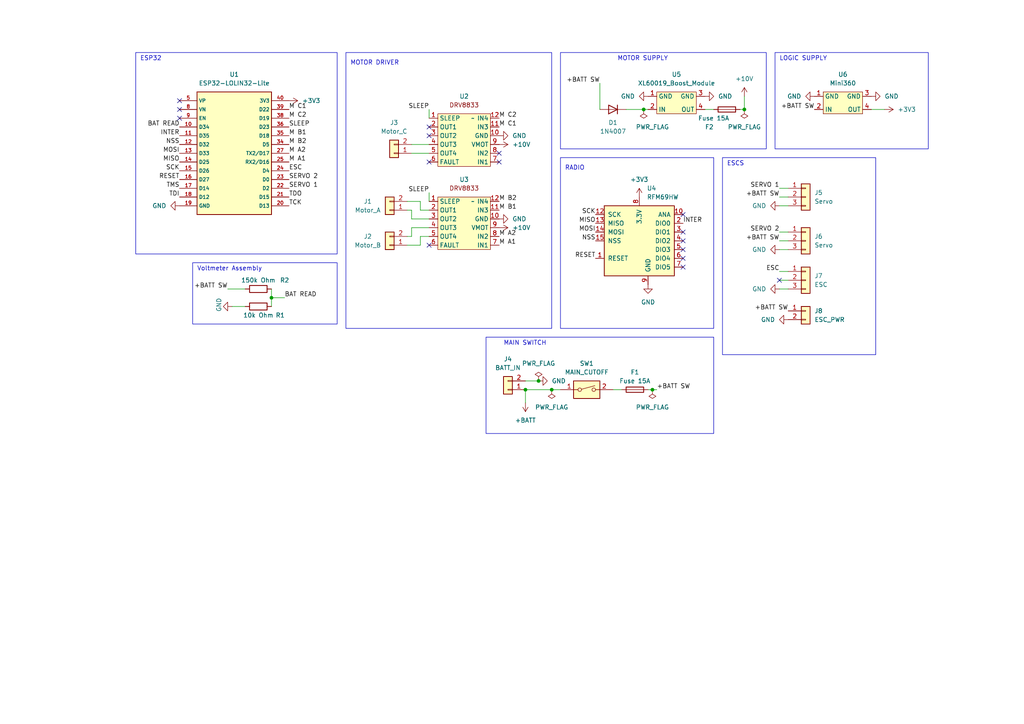
<source format=kicad_sch>
(kicad_sch (version 20230121) (generator eeschema)
  (paper "A4")
  (title_block (title "Omnidroid Controller") (rev "1.0"))
  (lib_symbols
    (symbol "Connector_Generic:Conn_01x02" (pin_names (offset 1.016) hide)
      (property "Reference" "J" (at 0 2.54 0))
      (property "Value" "Conn_01x02" (at 0 -5.08 0))
      (symbol "Conn_01x02_1_1"
        (rectangle (start -1.27 -2.413) (end 0 -2.667) (stroke (width 0.1524)))
        (rectangle (start -1.27 0.127) (end 0 -0.127) (stroke (width 0.1524)))
        (rectangle (start -1.27 1.27) (end 1.27 -3.81) (stroke (width 0.254)) (fill (type background)))
        (pin passive line (at -5.08 0 0) (length 3.81) (name "Pin_1") (number "1"))
        (pin passive line (at -5.08 -2.54 0) (length 3.81) (name "Pin_2") (number "2"))
      )
    )
    (symbol "Connector_Generic:Conn_01x03" (pin_names (offset 1.016) hide)
      (property "Reference" "J" (at 0 5.08 0))
      (property "Value" "Conn_01x03" (at 0 -5.08 0))
      (symbol "Conn_01x03_1_1"
        (rectangle (start -1.27 -2.413) (end 0 -2.667) (stroke (width 0.1524)))
        (rectangle (start -1.27 0.127) (end 0 -0.127) (stroke (width 0.1524)))
        (rectangle (start -1.27 2.667) (end 0 2.413) (stroke (width 0.1524)))
        (rectangle (start -1.27 3.81) (end 1.27 -3.81) (stroke (width 0.254)) (fill (type background)))
        (pin passive line (at -5.08 2.54 0) (length 3.81) (name "Pin_1") (number "1"))
        (pin passive line (at -5.08 0 0) (length 3.81) (name "Pin_2") (number "2"))
        (pin passive line (at -5.08 -2.54 0) (length 3.81) (name "Pin_3") (number "3"))
      )
    )
    (symbol "Device:Fuse" (pin_numbers hide) (pin_names (offset 0))
      (property "Reference" "F" (at 2.032 0 90))
      (property "Value" "Fuse" (at -1.905 0 90))
      (symbol "Fuse_0_1"
        (rectangle (start -0.762 -2.54) (end 0.762 2.54) (stroke (width 0.254)))
        (polyline (pts (xy 0 2.54) (xy 0 -2.54)))
      )
      (symbol "Fuse_1_1"
        (pin passive line (at 0 3.81 270) (length 1.27) (name "~") (number "1"))
        (pin passive line (at 0 -3.81 90) (length 1.27) (name "~") (number "2"))
      )
    )
    (symbol "Device:R" (pin_numbers hide) (pin_names (offset 0))
      (property "Reference" "R" (at 2.032 0 90))
      (property "Value" "R" (at 0 0 90))
      (symbol "R_0_1"
        (rectangle (start -1.016 -2.54) (end 1.016 2.54) (stroke (width 0.254)))
      )
      (symbol "R_1_1"
        (pin passive line (at 0 3.81 270) (length 1.27) (name "~") (number "1"))
        (pin passive line (at 0 -3.81 90) (length 1.27) (name "~") (number "2"))
      )
    )
    (symbol "Diode:1N4007" (pin_numbers hide) (pin_names hide)
      (property "Reference" "D" (at 0 2.54 0))
      (property "Value" "1N4007" (at 0 -2.54 0))
      (symbol "1N4007_0_1"
        (polyline (pts (xy -1.27 1.27) (xy -1.27 -1.27)) (stroke (width 0.254)))
        (polyline (pts (xy 1.27 0) (xy -1.27 0)))
        (polyline (pts (xy 1.27 1.27) (xy 1.27 -1.27) (xy -1.27 0) (xy 1.27 1.27)) (stroke (width 0.254)))
      )
      (symbol "1N4007_1_1"
        (pin passive line (at -3.81 0 0) (length 2.54) (name "K") (number "1"))
        (pin passive line (at 3.81 0 180) (length 2.54) (name "A") (number "2"))
      )
    )
    (symbol "Espressif:ESP32-LOLIN32-Lite"
      (property "Reference" "U" (at -3.81 13.97 0))
      (property "Value" "ESP32-LOLIN32-Lite" (at 0 1.27 90))
      (symbol "ESP32-LOLIN32-Lite_0_1"
        (rectangle (start -11.43 19.05) (end 10.16 -16.51) (stroke (width 0.254)) (fill (type background)))
      )
      (symbol "ESP32-LOLIN32-Lite_1_1"
        (pin bidirectional line (at -16.51 8.89 0) (length 5.08) (name "D34") (number "10"))
        (pin bidirectional line (at -16.51 6.35 0) (length 5.08) (name "D35") (number "11"))
        (pin bidirectional line (at -16.51 3.81 0) (length 5.08) (name "D32") (number "12"))
        (pin bidirectional line (at -16.51 1.27 0) (length 5.08) (name "D33") (number "13"))
        (pin bidirectional line (at -16.51 -1.27 0) (length 5.08) (name "D25") (number "14"))
        (pin bidirectional line (at -16.51 -3.81 0) (length 5.08) (name "D26") (number "15"))
        (pin bidirectional line (at -16.51 -6.35 0) (length 5.08) (name "D27") (number "16"))
        (pin bidirectional line (at -16.51 -8.89 0) (length 5.08) (name "D14") (number "17"))
        (pin bidirectional line (at -16.51 -11.43 0) (length 5.08) (name "D12") (number "18"))
        (pin power_in line (at -16.51 -13.97 0) (length 5.08) (name "GND") (number "19"))
        (pin bidirectional line (at 15.24 -13.97 180) (length 5.08) (name "D13") (number "20"))
        (pin bidirectional line (at 15.24 -11.43 180) (length 5.08) (name "D15") (number "21"))
        (pin bidirectional line (at 15.24 -8.89 180) (length 5.08) (name "D2") (number "22"))
        (pin bidirectional line (at 15.24 -6.35 180) (length 5.08) (name "D0") (number "23"))
        (pin bidirectional line (at 15.24 -3.81 180) (length 5.08) (name "D4") (number "24"))
        (pin input line (at 15.24 -1.27 180) (length 5.08) (name "RX2/D16") (number "25"))
        (pin output line (at 15.24 1.27 180) (length 5.08) (name "TX2/D17") (number "27"))
        (pin bidirectional line (at 15.24 3.81 180) (length 5.08) (name "D5") (number "34"))
        (pin bidirectional line (at 15.24 6.35 180) (length 5.08) (name "D18") (number "35"))
        (pin bidirectional line (at 15.24 8.89 180) (length 5.08) (name "D23") (number "36"))
        (pin bidirectional line (at 15.24 11.43 180) (length 5.08) (name "D19") (number "38"))
        (pin bidirectional line (at 15.24 13.97 180) (length 5.08) (name "D22") (number "39"))
        (pin input line (at 15.24 16.51 180) (length 5.08) (name "3V3") (number "40"))
        (pin bidirectional line (at -16.51 16.51 0) (length 5.08) (name "VP") (number "5"))
        (pin bidirectional line (at -16.51 13.97 0) (length 5.08) (name "VN") (number "8"))
        (pin input line (at -16.51 11.43 0) (length 5.08) (name "EN") (number "9"))
      )
    )
    (symbol "My_Library:HW-627"
      (property "Reference" "U" (at 0 0 0))
      (symbol "HW-627_1_1"
        (rectangle (start -7.62 7.62) (end 7.62 -7.62) (fill (type background)))
        (text "DRV8833" (at 0 10.16 0) (effects (font (size 1.27 1.27))))
        (pin input line (at -10.16 6.35 0) (length 2.54) (name "SLEEP") (number "1"))
        (pin power_in line (at 10.16 1.27 180) (length 2.54) (name "GND") (number "10"))
        (pin input line (at 10.16 3.81 180) (length 2.54) (name "IN3") (number "11"))
        (pin input line (at 10.16 6.35 180) (length 2.54) (name "IN4") (number "12"))
        (pin output line (at -10.16 3.81 0) (length 2.54) (name "OUT1") (number "2"))
        (pin output line (at -10.16 1.27 0) (length 2.54) (name "OUT2") (number "3"))
        (pin output line (at -10.16 -1.27 0) (length 2.54) (name "OUT3") (number "4"))
        (pin output line (at -10.16 -3.81 0) (length 2.54) (name "OUT4") (number "5"))
        (pin output line (at -10.16 -6.35 0) (length 2.54) (name "FAULT") (number "6"))
        (pin input line (at 10.16 -6.35 180) (length 2.54) (name "IN1") (number "7"))
        (pin input line (at 10.16 -3.81 180) (length 2.54) (name "IN2") (number "8"))
        (pin power_in line (at 10.16 -1.27 180) (length 2.54) (name "VMOT") (number "9"))
      )
    )
    (symbol "My_Library:Mini360"
      (property "Reference" "U" (at 2.54 7.62 0))
      (property "Value" "Mini360" (at 6.35 10.16 0))
      (symbol "Mini360_1_1"
        (rectangle (start 0 6.35) (end 11.43 0) (fill (type background)))
        (pin power_in line (at -2.54 5.08 0) (length 2.54) (name "GND") (number "1"))
        (pin power_in line (at -2.54 1.27 0) (length 2.54) (name "IN") (number "2"))
        (pin power_in line (at 13.97 5.08 180) (length 2.54) (name "GND") (number "3"))
        (pin power_out line (at 13.97 1.27 180) (length 2.54) (name "OUT") (number "4"))
      )
    )
    (symbol "My_Library:XL60019_Boost_Module"
      (property "Reference" "U" (at 2.54 7.62 0))
      (property "Value" "XL60019_Boost_Module" (at 6.35 10.16 0))
      (symbol "XL60019_Boost_Module_1_1"
        (rectangle (start 0 6.35) (end 11.43 0) (fill (type background)))
        (pin power_in line (at -2.54 5.08 0) (length 2.54) (name "GND") (number "1"))
        (pin power_in line (at -2.54 1.27 0) (length 2.54) (name "IN") (number "2"))
        (pin power_in line (at 13.97 5.08 180) (length 2.54) (name "GND") (number "3"))
        (pin power_out line (at 13.97 1.27 180) (length 2.54) (name "OUT") (number "4"))
      )
    )
    (symbol "RF_Module:RFM69HW" (pin_names (offset 1.016))
      (property "Reference" "U" (at -3.81 11.43 0))
      (property "Value" "RFM69HW" (at -7.62 13.97 0))
      (symbol "RFM69HW_0_1"
        (rectangle (start -10.16 10.16) (end 10.16 -10.16) (stroke (width 0.254)) (fill (type background)))
      )
      (symbol "RFM69HW_1_1"
        (pin input line (at -12.7 -5.08 0) (length 2.54) (name "RESET") (number "1"))
        (pin output line (at 12.7 7.62 180) (length 2.54) (name "ANA") (number "10"))
        (pin passive line (at 2.54 -12.7 90) (length 2.54) hide (name "GND") (number "11"))
        (pin input line (at -12.7 7.62 0) (length 2.54) (name "SCK") (number "12"))
        (pin output line (at -12.7 5.08 0) (length 2.54) (name "MISO") (number "13"))
        (pin input line (at -12.7 2.54 0) (length 2.54) (name "MOSI") (number "14"))
        (pin input line (at -12.7 0 0) (length 2.54) (name "NSS") (number "15"))
        (pin no_connect line (at -2.54 -10.16 90) (length 2.54) hide (name "NC") (number "16"))
        (pin bidirectional line (at 12.7 5.08 180) (length 2.54) (name "DIO0") (number "2"))
        (pin bidirectional line (at 12.7 2.54 180) (length 2.54) (name "DIO1") (number "3"))
        (pin bidirectional line (at 12.7 0 180) (length 2.54) (name "DIO2") (number "4"))
        (pin bidirectional line (at 12.7 -2.54 180) (length 2.54) (name "DIO3") (number "5"))
        (pin bidirectional line (at 12.7 -5.08 180) (length 2.54) (name "DIO4") (number "6"))
        (pin bidirectional line (at 12.7 -7.62 180) (length 2.54) (name "DIO5") (number "7"))
        (pin power_in line (at 0 12.7 270) (length 2.54) (name "3.3V") (number "8"))
        (pin power_in line (at 2.54 -12.7 90) (length 2.54) (name "GND") (number "9"))
      )
    )
    (symbol "Switch:SW_DIP_x01" (pin_names (offset 0) hide)
      (property "Reference" "SW" (at 0 3.81 0))
      (property "Value" "SW_DIP_x01" (at 0 -3.81 0))
      (symbol "SW_DIP_x01_0_0"
        (circle (center -2.032 0) (radius 0.508))
        (polyline (pts (xy -1.524 0.127) (xy 2.3622 1.1684)))
        (circle (center 2.032 0) (radius 0.508))
      )
      (symbol "SW_DIP_x01_0_1"
        (rectangle (start -3.81 2.54) (end 3.81 -2.54) (stroke (width 0.254)) (fill (type background)))
      )
      (symbol "SW_DIP_x01_1_1"
        (pin passive line (at -7.62 0 0) (length 5.08) (name "~") (number "1"))
        (pin passive line (at 7.62 0 180) (length 5.08) (name "~") (number "2"))
      )
    )
    (symbol "power:+10V" (power) (pin_names (offset 0))
      (property "Value" "+10V" (at 0 3.556 0))
      (symbol "+10V_0_1"
        (polyline (pts (xy -0.762 1.27) (xy 0 2.54)))
        (polyline (pts (xy 0 0) (xy 0 2.54)))
        (polyline (pts (xy 0 2.54) (xy 0.762 1.27)))
      )
      (symbol "+10V_1_1"
        (pin power_in line (at 0 0 90) (length 0) hide (name "+10V") (number "1"))
      )
    )
    (symbol "power:+3V3" (power) (pin_names (offset 0))
      (property "Value" "+3V3" (at 0 3.556 0))
      (symbol "+3V3_0_1"
        (polyline (pts (xy -0.762 1.27) (xy 0 2.54)))
        (polyline (pts (xy 0 0) (xy 0 2.54)))
        (polyline (pts (xy 0 2.54) (xy 0.762 1.27)))
      )
      (symbol "+3V3_1_1"
        (pin power_in line (at 0 0 90) (length 0) hide (name "+3V3") (number "1"))
      )
    )
    (symbol "power:+BATT" (power) (pin_names (offset 0))
      (property "Value" "+BATT" (at 0 3.556 0))
      (symbol "+BATT_0_1"
        (polyline (pts (xy -0.762 1.27) (xy 0 2.54)))
        (polyline (pts (xy 0 0) (xy 0 2.54)))
        (polyline (pts (xy 0 2.54) (xy 0.762 1.27)))
      )
      (symbol "+BATT_1_1"
        (pin power_in line (at 0 0 90) (length 0) hide (name "+BATT") (number "1"))
      )
    )
    (symbol "power:GND" (power) (pin_names (offset 0))
      (property "Value" "GND" (at 0 -3.81 0))
      (symbol "GND_0_1"
        (polyline (pts (xy 0 0) (xy 0 -1.27) (xy 1.27 -1.27) (xy 0 -2.54) (xy -1.27 -1.27) (xy 0 -1.27)))
      )
      (symbol "GND_1_1"
        (pin power_in line (at 0 0 270) (length 0) hide (name "GND") (number "1"))
      )
    )
    (symbol "power:PWR_FLAG" (power) (pin_numbers hide) (pin_names (offset 0) hide)
      (property "Value" "PWR_FLAG" (at 0 3.81 0))
      (symbol "PWR_FLAG_0_0"
        (pin power_out line (at 0 0 90) (length 0) (name "pwr") (number "1"))
      )
      (symbol "PWR_FLAG_0_1"
        (polyline (pts (xy 0 0) (xy 0 1.27) (xy -1.016 1.905) (xy 0 2.54) (xy 1.016 1.905) (xy 0 1.27)))
      )
    )
  )
  (junction (at 189.23 113.03))
  (junction (at 152.4 113.03))
  (junction (at 160.02 113.03))
  (junction (at 186.69 31.75))
  (junction (at 156.21 110.49))
  (junction (at 78.74 86.36))
  (junction (at 215.9 31.75))
  (no_connect (at 198.12 74.93))
  (no_connect (at 198.12 72.39))
  (no_connect (at 52.07 31.75))
  (no_connect (at 52.07 29.21))
  (no_connect (at 144.78 44.45))
  (no_connect (at 198.12 62.23))
  (no_connect (at 198.12 69.85))
  (no_connect (at 198.12 77.47))
  (no_connect (at 124.46 71.12))
  (no_connect (at 124.46 39.37))
  (no_connect (at 124.46 36.83))
  (no_connect (at 226.06 81.28))
  (no_connect (at 124.46 46.99))
  (no_connect (at 198.12 67.31))
  (no_connect (at 144.78 46.99))
  (no_connect (at 52.07 34.29))
  (wire (pts (xy 180.34 113.03) (xy 177.8 113.03)))
  (wire (pts (xy 82.55 86.36) (xy 78.74 86.36)))
  (wire (pts (xy 78.74 86.36) (xy 78.74 88.9)))
  (wire (pts (xy 226.06 78.74) (xy 228.6 78.74)))
  (wire (pts (xy 119.38 68.58) (xy 119.38 66.04)))
  (wire (pts (xy 160.02 113.03) (xy 162.56 113.03)))
  (wire (pts (xy 118.11 71.12) (xy 121.92 71.12)))
  (wire (pts (xy 207.01 31.75) (xy 204.47 31.75)))
  (wire (pts (xy 189.23 113.03) (xy 187.96 113.03)))
  (wire (pts (xy 226.06 57.15) (xy 228.6 57.15)))
  (wire (pts (xy 121.92 60.96) (xy 124.46 60.96)))
  (wire (pts (xy 226.06 81.28) (xy 228.6 81.28)))
  (wire (pts (xy 256.54 31.75) (xy 252.73 31.75)))
  (wire (pts (xy 226.06 67.31) (xy 228.6 67.31)))
  (wire (pts (xy 226.06 69.85) (xy 228.6 69.85)))
  (wire (pts (xy 156.21 110.49) (xy 152.4 110.49)))
  (wire (pts (xy 67.31 88.9) (xy 71.12 88.9)))
  (wire (pts (xy 215.9 31.75) (xy 214.63 31.75)))
  (wire (pts (xy 190.5 113.03) (xy 189.23 113.03)))
  (wire (pts (xy 118.11 58.42) (xy 121.92 58.42)))
  (wire (pts (xy 121.92 58.42) (xy 121.92 60.96)))
  (wire (pts (xy 119.38 44.45) (xy 124.46 44.45)))
  (wire (pts (xy 226.06 83.82) (xy 228.6 83.82)))
  (wire (pts (xy 152.4 116.84) (xy 152.4 113.03)))
  (wire (pts (xy 118.11 60.96) (xy 119.38 60.96)))
  (wire (pts (xy 121.92 68.58) (xy 124.46 68.58)))
  (wire (pts (xy 187.96 31.75) (xy 186.69 31.75)))
  (wire (pts (xy 118.11 68.58) (xy 119.38 68.58)))
  (wire (pts (xy 78.74 83.82) (xy 78.74 86.36)))
  (wire (pts (xy 226.06 59.69) (xy 228.6 59.69)))
  (wire (pts (xy 124.46 55.88) (xy 124.46 58.42)))
  (wire (pts (xy 119.38 63.5) (xy 124.46 63.5)))
  (wire (pts (xy 215.9 31.75) (xy 215.9 27.94)))
  (wire (pts (xy 226.06 54.61) (xy 228.6 54.61)))
  (wire (pts (xy 124.46 31.75) (xy 124.46 34.29)))
  (wire (pts (xy 119.38 60.96) (xy 119.38 63.5)))
  (wire (pts (xy 119.38 66.04) (xy 124.46 66.04)))
  (wire (pts (xy 152.4 113.03) (xy 160.02 113.03)))
  (wire (pts (xy 121.92 71.12) (xy 121.92 68.58)))
  (wire (pts (xy 119.38 41.91) (xy 124.46 41.91)))
  (wire (pts (xy 66.04 83.82) (xy 71.12 83.82)))
  (wire (pts (xy 226.06 72.39) (xy 228.6 72.39)))
  (wire (pts (xy 173.99 31.75) (xy 173.99 24.13)))
  (wire (pts (xy 186.69 31.75) (xy 181.61 31.75)))
  (rectangle (start 162.56 15.24) (end 222.25 43.18))
  (rectangle (start 55.88 76.2) (end 97.79 93.98))
  (rectangle (start 209.55 45.72) (end 254 102.87))
  (rectangle (start 39.37 15.24) (end 97.79 73.66))
  (rectangle (start 100.33 15.24) (end 160.02 95.25))
  (rectangle (start 140.97 97.79) (end 207.01 125.73))
  (rectangle (start 162.56 45.72) (end 207.01 95.25))
  (rectangle (start 224.79 15.24) (end 269.24 43.18))
  (text "ESP32" (at 40.64 17.78 0) (effects (font (size 1.27 1.27)) (justify left bottom)))
  (text "RADIO" (at 163.83 49.53 0) (effects (font (size 1.27 1.27)) (justify left bottom)))
  (text "ESCS" (at 210.82 48.26 0) (effects (font (size 1.27 1.27)) (justify left bottom)))
  (text "MAIN SWITCH" (at 146.05 100.33 0) (effects (font (size 1.27 1.27)) (justify left bottom)))
  (text "Voltmeter Assembly" (at 57.15 78.74 0) (effects (font (size 1.27 1.27)) (justify left bottom)))
  (text "MOTOR DRIVER" (at 101.6 19.05 0) (effects (font (size 1.27 1.27)) (justify left bottom)))
  (text "MOTOR SUPPLY\n" (at 179.07 17.78 0) (effects (font (size 1.27 1.27)) (justify left bottom)))
  (text "LOGIC SUPPLY\n" (at 226.06 17.78 0) (effects (font (size 1.27 1.27)) (justify left bottom)))
  (label "SERVO 1" (at 226.06 54.61 180))
  (label "M C2" (at 83.82 34.29 0))
  (label "INTER" (at 52.07 39.37 180))
  (label "+BATT SW" (at 173.99 24.13 180))
  (label "M A2" (at 83.82 44.45 0))
  (label "INTER" (at 198.12 64.77 0))
  (label "SERVO 2" (at 226.06 67.31 180))
  (label "TDI" (at 52.07 57.15 180))
  (label "+BATT SW" (at 226.06 69.85 180))
  (label "SERVO 1" (at 83.82 54.61 0))
  (label "MISO" (at 172.72 64.77 180))
  (label "SCK" (at 172.72 62.23 180))
  (label "M B1" (at 83.82 39.37 0))
  (label "NSS" (at 172.72 69.85 180))
  (label "+BATT SW" (at 236.22 31.75 180))
  (label "NSS" (at 52.07 41.91 180))
  (label "+BATT SW" (at 190.5 113.03 0))
  (label "M C1" (at 144.78 36.83 0))
  (label "TCK" (at 83.82 59.69 0))
  (label "MISO" (at 52.07 46.99 180))
  (label "ESC" (at 226.06 78.74 180))
  (label "SCK" (at 52.07 49.53 180))
  (label "M C1" (at 83.82 31.75 0))
  (label "M B1" (at 144.78 60.96 0))
  (label "M C2" (at 144.78 34.29 0))
  (label "M A2" (at 144.78 68.58 0))
  (label "+BATT SW" (at 226.06 57.15 180))
  (label "RESET" (at 52.07 52.07 180))
  (label "RESET" (at 172.72 74.93 180))
  (label "SERVO 2" (at 83.82 52.07 0))
  (label "BAT READ" (at 52.07 36.83 180))
  (label "TDO" (at 83.82 57.15 0))
  (label "SLEEP" (at 124.46 31.75 180))
  (label "TMS" (at 52.07 54.61 180))
  (label "ESC" (at 83.82 49.53 0))
  (label "MOSI" (at 172.72 67.31 180))
  (label "+BATT SW" (at 66.04 83.82 180))
  (label "SLEEP" (at 83.82 36.83 0))
  (label "SLEEP" (at 124.46 55.88 180))
  (label "MOSI" (at 52.07 44.45 180))
  (label "BAT READ" (at 82.55 86.36 0))
  (label "M B2" (at 83.82 41.91 0))
  (label "+BATT SW" (at 228.6 90.17 180))
  (label "M B2" (at 144.78 58.42 0))
  (label "M A1" (at 144.78 71.12 0))
  (label "M A1" (at 83.82 46.99 0))
  (symbol (lib_id "power:PWR_FLAG") (at 189.23 113.03 180) (unit 1)
    (property "Reference" "#FLG04" (effects hide))
    (property "Value" "PWR_FLAG" (at 189.23 118.11 0))
  )
  (symbol (lib_id "RF_Module:RFM69HW") (at 185.42 69.85 0) (unit 1)
    (property "Reference" "U4" (at 187.6141 54.61 0) (effects (justify left)))
    (property "Value" "RFM69HW" (at 187.6141 57.15 0) (effects (justify left)))
    (property "Footprint" "My_Library:HOPERF_RFM69HW" (effects hide))
    (property "Datasheet" "https://www.hoperf.com/data/upload/portal/20181127/5bfcbb56f1fd7.pdf" (effects hide))
  )
  (symbol (lib_id "Connector_Generic:Conn_01x02") (at 114.3 44.45 180) (unit 1)
    (property "Reference" "J3" (at 114.3 35.56 0))
    (property "Value" "Motor_C" (at 114.3 38.1 0))
    (property "Footprint" "Connector_PinHeader_2.54mm:PinHeader_1x02_P2.54mm_Vertical" (effects hide))
  )
  (symbol (lib_id "power:+3V3") (at 185.42 57.15 0) (unit 1)
    (property "Reference" "#PWR010" (effects hide))
    (property "Value" "+3V3" (at 185.42 52.07 0))
  )
  (symbol (lib_id "power:PWR_FLAG") (at 156.21 110.49 0) (unit 1)
    (property "Reference" "#FLG01" (effects hide))
    (property "Value" "PWR_FLAG" (at 156.21 105.41 0))
  )
  (symbol (lib_id "power:PWR_FLAG") (at 160.02 113.03 180) (unit 1)
    (property "Reference" "#FLG02" (effects hide))
    (property "Value" "PWR_FLAG" (at 160.02 118.11 0))
  )
  (symbol (lib_id "power:GND") (at 204.47 27.94 90) (unit 1)
    (property "Reference" "#PWR013" (effects hide))
    (property "Value" "GND" (at 208.28 27.94 90) (effects (justify right)))
  )
  (symbol (lib_id "power:+3V3") (at 83.82 29.21 270) (unit 1)
    (property "Reference" "#PWR03" (effects hide))
    (property "Value" "+3V3" (at 87.63 29.21 90) (effects (justify left)))
  )
  (symbol (lib_id "power:GND") (at 156.21 110.49 90) (unit 1)
    (property "Reference" "#PWR09" (effects hide))
    (property "Value" "GND" (at 160.02 110.49 90) (effects (justify right)))
  )
  (symbol (lib_id "Connector_Generic:Conn_01x03") (at 233.68 57.15 0) (unit 1)
    (property "Reference" "J5" (at 236.22 55.88 0) (effects (justify left)))
    (property "Value" "Servo" (at 236.22 58.42 0) (effects (justify left)))
    (property "Footprint" "Connector_PinHeader_2.54mm:PinHeader_1x03_P2.54mm_Vertical" (effects hide))
  )
  (symbol (lib_id "power:GND") (at 226.06 72.39 270) (unit 1)
    (property "Reference" "#PWR016" (effects hide))
    (property "Value" "GND" (at 222.25 72.39 90) (effects (justify right)))
  )
  (symbol (lib_id "power:GND") (at 187.96 27.94 270) (unit 1)
    (property "Reference" "#PWR011" (effects hide))
    (property "Value" "GND" (at 184.15 27.94 90) (effects (justify right)))
  )
  (symbol (lib_id "power:GND") (at 144.78 63.5 90) (unit 1)
    (property "Reference" "#PWR06" (effects hide))
    (property "Value" "GND" (at 148.59 63.5 90) (effects (justify right)))
  )
  (symbol (lib_id "Connector_Generic:Conn_01x02") (at 113.03 71.12 180) (unit 1)
    (property "Reference" "J2" (at 106.68 68.58 0))
    (property "Value" "Motor_B" (at 106.68 71.12 0))
    (property "Footprint" "Connector_PinHeader_2.54mm:PinHeader_1x02_P2.54mm_Vertical" (effects hide))
  )
  (symbol (lib_id "power:+10V") (at 144.78 66.04 270) (unit 1)
    (property "Reference" "#PWR07" (effects hide))
    (property "Value" "+10V" (at 148.59 66.04 90) (effects (justify left)))
  )
  (symbol (lib_id "My_Library:XL60019_Boost_Module") (at 190.5 33.02 0) (unit 1)
    (property "Reference" "U5" (at 196.215 21.59 0))
    (property "Value" "XL60019_Boost_Module" (at 196.215 24.13 0))
    (property "Footprint" "My_Library:XL60019 Boost Module" (effects hide))
  )
  (symbol (lib_id "My_Library:HW-627") (at 134.62 64.77 0) (unit 1)
    (property "Reference" "U3" (at 134.62 52.07 0))
    (property "Value" "~" (at 137.16 58.42 0))
    (property "Footprint" "My_Library:HW-627" (effects hide))
  )
  (symbol (lib_id "Connector_Generic:Conn_01x02") (at 233.68 90.17 0) (unit 1)
    (property "Reference" "J8" (at 236.22 90.17 0) (effects (justify left)))
    (property "Value" "ESC_PWR" (at 236.22 92.71 0) (effects (justify left)))
    (property "Footprint" "Connector_PinHeader_2.54mm:PinHeader_1x02_P2.54mm_Vertical" (effects hide))
  )
  (symbol (lib_id "My_Library:Mini360") (at 238.76 33.02 0) (unit 1)
    (property "Reference" "U6" (at 244.475 21.59 0))
    (property "Value" "Mini360" (at 244.475 24.13 0))
    (property "Footprint" "My_Library:Mini360" (effects hide))
  )
  (symbol (lib_id "Device:Fuse") (at 210.82 31.75 90) (unit 1)
    (property "Reference" "F2" (at 205.74 36.83 90))
    (property "Value" "Fuse 15A" (at 207.01 34.29 90))
    (property "Footprint" "Connector_PinHeader_2.54mm:PinHeader_1x02_P2.54mm_Vertical" (effects hide))
  )
  (symbol (lib_id "Device:R") (at 74.93 83.82 270) (unit 1)
    (property "Reference" "R1" (at 81.28 91.44 90))
    (property "Value" "150k Ohm" (at 74.93 81.28 90))
    (property "Footprint" "Resistor_THT:R_Axial_DIN0207_L6.3mm_D2.5mm_P7.62mm_Horizontal" (effects hide))
  )
  (symbol (lib_id "power:PWR_FLAG") (at 186.69 31.75 180) (unit 1)
    (property "Reference" "#FLG03" (effects hide))
    (property "Value" "PWR_FLAG" (at 189.23 36.83 0))
  )
  (symbol (lib_id "power:GND") (at 187.96 82.55 0) (unit 1)
    (property "Reference" "#PWR012" (effects hide))
    (property "Value" "GND" (at 187.96 87.63 0))
  )
  (symbol (lib_id "Device:R") (at 74.93 88.9 90) (unit 1)
    (property "Reference" "R2" (at 82.55 81.28 90))
    (property "Value" "10k Ohm" (at 74.93 91.44 90))
    (property "Footprint" "Resistor_THT:R_Axial_DIN0207_L6.3mm_D2.5mm_P7.62mm_Horizontal" (effects hide))
  )
  (symbol (lib_id "power:GND") (at 52.07 59.69 270) (unit 1)
    (property "Reference" "#PWR01" (effects hide))
    (property "Value" "GND" (at 48.26 59.69 90) (effects (justify right)))
  )
  (symbol (lib_id "Espressif:ESP32-LOLIN32-Lite") (at 68.58 45.72 0) (unit 1)
    (property "Reference" "U1" (at 67.945 21.59 0))
    (property "Value" "ESP32-LOLIN32-Lite" (at 67.945 24.13 0))
    (property "Footprint" "Espressif:ESP32-LOLIN32-Lite" (effects hide))
  )
  (symbol (lib_id "power:+BATT") (at 152.4 116.84 180) (unit 1)
    (property "Reference" "#PWR08" (effects hide))
    (property "Value" "+BATT" (at 152.4 121.92 0))
  )
  (symbol (lib_id "power:GND") (at 226.06 83.82 270) (unit 1)
    (property "Reference" "#PWR017" (effects hide))
    (property "Value" "GND" (at 222.25 83.82 90) (effects (justify right)))
  )
  (symbol (lib_id "Connector_Generic:Conn_01x03") (at 233.68 81.28 0) (unit 1)
    (property "Reference" "J7" (at 236.22 80.01 0) (effects (justify left)))
    (property "Value" "ESC" (at 236.22 82.55 0) (effects (justify left)))
    (property "Footprint" "Connector_PinHeader_2.54mm:PinHeader_1x03_P2.54mm_Vertical" (effects hide))
  )
  (symbol (lib_id "power:PWR_FLAG") (at 215.9 31.75 180) (unit 1)
    (property "Reference" "#FLG05" (effects hide))
    (property "Value" "PWR_FLAG" (at 215.9 36.83 0))
  )
  (symbol (lib_id "Diode:1N4007") (at 177.8 31.75 180) (unit 1)
    (property "Reference" "D1" (at 177.8 35.56 0))
    (property "Value" "1N4007" (at 177.8 38.1 0))
    (property "Footprint" "Diode_THT:D_DO-41_SOD81_P7.62mm_Horizontal" (effects hide))
    (property "Datasheet" "http://www.vishay.com/docs/88503/1n4001.pdf" (effects hide))
    (property "Sim.Device" "D" (effects hide))
    (property "Sim.Pins" "1=K 2=A" (effects hide))
  )
  (symbol (lib_id "power:GND") (at 228.6 92.71 270) (unit 1)
    (property "Reference" "#PWR018" (effects hide))
    (property "Value" "GND" (at 224.79 92.71 90) (effects (justify right)))
  )
  (symbol (lib_id "power:+10V") (at 144.78 41.91 270) (unit 1)
    (property "Reference" "#PWR05" (effects hide))
    (property "Value" "+10V" (at 148.59 41.91 90) (effects (justify left)))
  )
  (symbol (lib_id "power:GND") (at 67.31 88.9 270) (unit 1)
    (property "Reference" "#PWR02" (effects hide))
    (property "Value" "GND" (at 63.5 86.36 0) (effects (justify left)))
  )
  (symbol (lib_id "Connector_Generic:Conn_01x02") (at 113.03 60.96 180) (unit 1)
    (property "Reference" "J1" (at 106.68 58.42 0))
    (property "Value" "Motor_A" (at 106.68 60.96 0))
    (property "Footprint" "Connector_PinHeader_2.54mm:PinHeader_1x02_P2.54mm_Vertical" (effects hide))
  )
  (symbol (lib_id "power:GND") (at 236.22 27.94 270) (unit 1)
    (property "Reference" "#PWR019" (effects hide))
    (property "Value" "GND" (at 232.41 27.94 90) (effects (justify right)))
  )
  (symbol (lib_id "power:GND") (at 144.78 39.37 90) (unit 1)
    (property "Reference" "#PWR04" (effects hide))
    (property "Value" "GND" (at 148.59 39.37 90) (effects (justify right)))
  )
  (symbol (lib_id "Connector_Generic:Conn_01x03") (at 233.68 69.85 0) (unit 1)
    (property "Reference" "J6" (at 236.22 68.58 0) (effects (justify left)))
    (property "Value" "Servo" (at 236.22 71.12 0) (effects (justify left)))
    (property "Footprint" "Connector_PinHeader_2.54mm:PinHeader_1x03_P2.54mm_Vertical" (effects hide))
  )
  (symbol (lib_id "My_Library:HW-627") (at 134.62 40.64 0) (unit 1)
    (property "Reference" "U2" (at 134.62 27.94 0))
    (property "Value" "~" (at 137.16 34.29 0))
    (property "Footprint" "My_Library:HW-627" (effects hide))
  )
  (symbol (lib_id "power:GND") (at 226.06 59.69 270) (unit 1)
    (property "Reference" "#PWR015" (effects hide))
    (property "Value" "GND" (at 222.25 59.69 90) (effects (justify right)))
  )
  (symbol (lib_id "power:+3V3") (at 256.54 31.75 270) (unit 1)
    (property "Reference" "#PWR021" (effects hide))
    (property "Value" "+3V3" (at 260.35 31.75 90) (effects (justify left)))
  )
  (symbol (lib_id "Switch:SW_DIP_x01") (at 170.18 113.03 0) (unit 1)
    (property "Reference" "SW1" (at 170.18 105.41 0))
    (property "Value" "MAIN_CUTOFF" (at 170.18 107.95 0))
    (property "Footprint" "Connector_PinHeader_2.54mm:PinHeader_1x02_P2.54mm_Vertical" (effects hide))
  )
  (symbol (lib_id "power:+10V") (at 215.9 27.94 0) (unit 1)
    (property "Reference" "#PWR014" (effects hide))
    (property "Value" "+10V" (at 215.9 22.86 0))
  )
  (symbol (lib_id "Connector_Generic:Conn_01x02") (at 147.32 113.03 180) (unit 1)
    (property "Reference" "J4" (at 147.32 104.14 0))
    (property "Value" "BATT_IN" (at 147.32 106.68 0))
    (property "Footprint" "Connector_PinHeader_2.54mm:PinHeader_1x02_P2.54mm_Vertical" (effects hide))
  )
  (symbol (lib_id "power:GND") (at 252.73 27.94 90) (unit 1)
    (property "Reference" "#PWR020" (effects hide))
    (property "Value" "GND" (at 256.54 27.94 90) (effects (justify right)))
  )
  (symbol (lib_id "Device:Fuse") (at 184.15 113.03 90) (unit 1)
    (property "Reference" "F1" (at 184.15 107.95 90))
    (property "Value" "Fuse 15A" (at 184.15 110.49 90))
    (property "Footprint" "Connector_PinHeader_2.54mm:PinHeader_1x02_P2.54mm_Vertical" (effects hide))
  )
)
</source>
